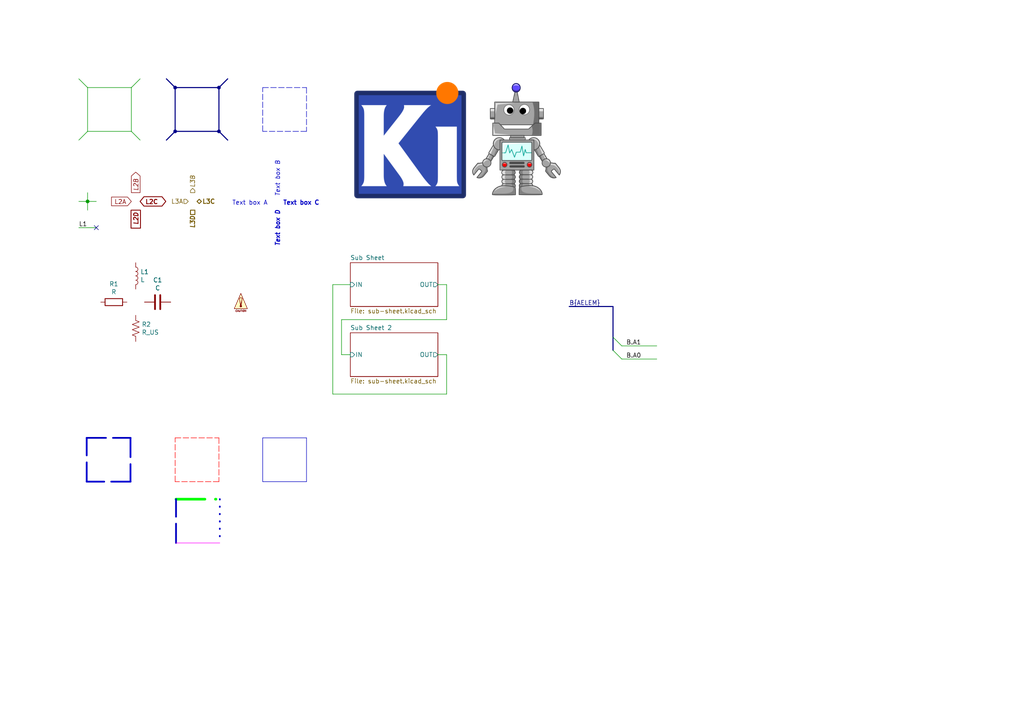
<source format=kicad_sch>
(kicad_sch (version 20211123) (generator eeschema)
  (paper "A4")
  (title_block (title "Title") (date "2020-08-12") (rev "r1B") (company "Company") (comment 1 "Comment 1") (comment 2 "Comment 2") (comment 3 "Comment 3") (comment 4 "@Comment4@") (comment 5 "") (comment 6 "") (comment 7 "") (comment 8 "") (comment 9 ""))
  (lib_symbols
    (symbol "Device:C" (pin_numbers hide) (pin_names (offset 0.254))
      (property "Reference" "C" (at 0.635 2.54 0))
      (property "Value" "C" (at 0.635 -2.54 0))
      (symbol "C_0_1"
        (polyline (pts (xy -2.032 -0.762) (xy 2.032 -0.762)) (stroke (width 0.508)))
        (polyline (pts (xy -2.032 0.762) (xy 2.032 0.762)) (stroke (width 0.508)))
      )
      (symbol "C_1_1"
        (pin passive line (at 0 3.81 270) (length 2.794) (name "~") (number "1"))
        (pin passive line (at 0 -3.81 90) (length 2.794) (name "~") (number "2"))
      )
    )
    (symbol "Device:L" (pin_numbers hide) (pin_names (offset 1.016) hide)
      (property "Reference" "L" (at -1.27 0 90))
      (property "Value" "L" (at 1.905 0 90))
      (symbol "L_0_1"
        (arc (start 0 -2.54) (mid 0.635 -1.905) (end 0 -1.27))
        (arc (start 0 -1.27) (mid 0.635 -0.635) (end 0 0))
        (arc (start 0 0) (mid 0.635 0.635) (end 0 1.27))
        (arc (start 0 1.27) (mid 0.635 1.905) (end 0 2.54))
      )
      (symbol "L_1_1"
        (pin passive line (at 0 3.81 270) (length 1.27) (name "1") (number "1"))
        (pin passive line (at 0 -3.81 90) (length 1.27) (name "2") (number "2"))
      )
    )
    (symbol "Device:R_US" (pin_numbers hide) (pin_names (offset 0))
      (property "Reference" "R" (at 2.54 0 90))
      (property "Value" "R_US" (at -2.54 0 90))
      (symbol "R_US_0_1"
        (polyline (pts (xy 0 -2.286) (xy 0 -2.54)))
        (polyline (pts (xy 0 2.286) (xy 0 2.54)))
        (polyline (pts (xy 0 -0.762) (xy 1.016 -1.143) (xy 0 -1.524) (xy -1.016 -1.905) (xy 0 -2.286)))
        (polyline (pts (xy 0 0.762) (xy 1.016 0.381) (xy 0 0) (xy -1.016 -0.381) (xy 0 -0.762)))
        (polyline (pts (xy 0 2.286) (xy 1.016 1.905) (xy 0 1.524) (xy -1.016 1.143) (xy 0 0.762)))
      )
      (symbol "R_US_1_1"
        (pin passive line (at 0 3.81 270) (length 1.27) (name "~") (number "1"))
        (pin passive line (at 0 -3.81 90) (length 1.27) (name "~") (number "2"))
      )
    )
    (symbol "l1:Resistor" (pin_numbers hide) (pin_names (offset 0))
      (property "Reference" "R" (at 2.032 0 90))
      (property "Value" "Resistor" (at 0 0 90))
      (symbol "Resistor_0_1"
        (rectangle (start -1.016 -2.54) (end 1.016 2.54) (stroke (width 0.254)))
      )
      (symbol "Resistor_1_1"
        (pin passive line (at 0 3.81 270) (length 1.27) (name "~") (number "1"))
        (pin passive line (at 0 -3.81 90) (length 1.27) (name "~") (number "2"))
      )
    )
    (symbol "l1:SYM_CAUTION" (pin_names (offset 1.016))
      (symbol "SYM_CAUTION_0_0"
        (circle (center 0 -1.1684) (radius 0.254) (fill (type outline)))
        (polyline (pts (xy -0.127 -0.762) (xy -0.381 1.016)) (fill (type outline)))
        (polyline (pts (xy -0.127 -0.762) (xy 0.127 -0.762) (xy 0.381 1.016)) (fill (type outline)))
        (polyline (pts (xy -1.27 -1.905) (xy 1.905 -1.905) (xy 0 2.54) (xy -1.905 -1.905) (xy -1.27 -1.905)) (fill (type background)))
        (arc (start 0.381 1.016) (mid 0 1.2906) (end -0.381 1.016))
        (text "CAUTION" (at 0 -2.54 0) (effects (font (size 0.508 0.508) italic)))
      )
    )
  )
  (bus_alias "AELEM" (members "A1" "A0"))
  (junction (at 63.5 25.4))
  (junction (at 63.5 38.1))
  (junction (at 25.4 58.42))
  (junction (at 50.8 38.1))
  (junction (at 50.8 25.4))
  (no_connect (at 27.94 66.04))
  (bus_entry (at 177.8 101.6) (size 2.54 2.54))
  (bus_entry (at 177.8 97.79) (size 2.54 2.54))
  (bus_entry (at 25.4 25.4) (size -2.54 -2.54))
  (bus_entry (at 38.1 38.1) (size 2.54 2.54))
  (bus_entry (at 25.4 38.1) (size -2.54 2.54))
  (bus_entry (at 38.1 25.4) (size 2.54 -2.54))
  (wire (pts (xy 99.06 92.71) (xy 99.06 102.87)))
  (polyline (pts (xy 25.146 127) (xy 37.846 127)) (stroke (width 0.508)))
  (polyline (pts (xy 88.9 25.4) (xy 88.9 38.1)))
  (polyline (pts (xy 37.846 139.7) (xy 25.146 139.7)) (stroke (width 0.508)))
  (wire (pts (xy 38.1 38.1) (xy 25.4 38.1)))
  (polyline (pts (xy 88.9 139.7) (xy 76.2 139.7)) (stroke (width 0) (type solid)))
  (wire (pts (xy 129.54 114.3) (xy 96.52 114.3)))
  (polyline (pts (xy 50.8 139.7) (xy 50.8 127)) (stroke (width 0) (color 255 0 0 1)))
  (polyline (pts (xy 37.846 127) (xy 37.846 139.7)) (stroke (width 0.508)))
  (bus (pts (xy 177.8 88.9) (xy 177.8 97.79)))
  (polyline (pts (xy 76.2 127) (xy 88.9 127)) (stroke (width 0) (type solid)))
  (wire (pts (xy 25.4 58.42) (xy 27.94 58.42)))
  (bus (pts (xy 50.8 25.4) (xy 48.26 22.86)))
  (wire (pts (xy 96.52 82.55) (xy 101.6 82.55)))
  (wire (pts (xy 129.54 82.55) (xy 129.54 92.71)))
  (wire (pts (xy 22.86 58.42) (xy 25.4 58.42)))
  (polyline (pts (xy 51.054 144.78) (xy 63.754 144.78)) (stroke (width 0.762) (type dash_dot) (color 0 255 0 1)))
  (polyline (pts (xy 76.2 25.4) (xy 88.9 25.4)))
  (bus (pts (xy 50.8 38.1) (xy 48.26 40.64)))
  (bus (pts (xy 63.5 38.1) (xy 66.04 40.64)))
  (polyline (pts (xy 50.8 127) (xy 63.5 127)) (stroke (width 0) (color 255 0 0 1)))
  (wire (pts (xy 129.54 102.87) (xy 129.54 114.3)))
  (wire (pts (xy 127 102.87) (xy 129.54 102.87)))
  (wire (pts (xy 99.06 102.87) (xy 101.6 102.87)))
  (bus (pts (xy 63.5 25.4) (xy 63.5 38.1)))
  (wire (pts (xy 25.4 25.4) (xy 38.1 25.4)))
  (polyline (pts (xy 88.9 127) (xy 88.9 139.7)) (stroke (width 0) (type solid)))
  (wire (pts (xy 180.34 104.14) (xy 190.5 104.14)))
  (polyline (pts (xy 76.2 139.7) (xy 76.2 127)) (stroke (width 0) (type solid)))
  (polyline (pts (xy 51.054 157.48) (xy 51.054 144.78)) (stroke (width 0.508)))
  (wire (pts (xy 127 82.55) (xy 129.54 82.55)))
  (polyline (pts (xy 76.2 38.1) (xy 76.2 25.4)))
  (bus (pts (xy 177.8 97.79) (xy 177.8 101.6)))
  (bus (pts (xy 63.5 25.4) (xy 66.04 22.86)))
  (wire (pts (xy 180.34 100.33) (xy 190.5 100.33)))
  (wire (pts (xy 22.86 66.04) (xy 27.94 66.04)))
  (polyline (pts (xy 63.5 139.7) (xy 50.8 139.7)) (stroke (width 0) (color 255 0 0 1)))
  (bus (pts (xy 50.8 25.4) (xy 63.5 25.4)))
  (wire (pts (xy 25.4 58.42) (xy 25.4 60.96)))
  (wire (pts (xy 38.1 25.4) (xy 38.1 38.1)))
  (wire (pts (xy 129.54 92.71) (xy 99.06 92.71)))
  (wire (pts (xy 96.52 114.3) (xy 96.52 82.55)))
  (bus (pts (xy 165.1 88.9) (xy 177.8 88.9)))
  (polyline (pts (xy 63.754 157.48) (xy 51.054 157.48)) (stroke (width 0) (type solid) (color 255 0 255 1)))
  (polyline (pts (xy 88.9 38.1) (xy 76.2 38.1)))
  (polyline (pts (xy 25.146 139.7) (xy 25.146 127)) (stroke (width 0.508)))
  (wire (pts (xy 25.4 38.1) (xy 25.4 25.4)))
  (polyline (pts (xy 63.754 144.78) (xy 63.754 157.48)) (stroke (width 0.508) (type dot)))
  (bus (pts (xy 50.8 38.1) (xy 50.8 25.4)))
  (bus (pts (xy 63.5 38.1) (xy 50.8 38.1)))
  (polyline (pts (xy 63.5 127) (xy 63.5 139.7)) (stroke (width 0) (color 255 0 0 1)))
  (wire (pts (xy 25.4 55.88) (xy 25.4 58.42)))
  (image (at 133.35 40.64))
  (text "Text box B" (at 81.28 57.15 90) (effects (font (size 1.27 1.27) italic) (justify left bottom)))
  (text "Text box A" (at 67.31 59.69 0) (effects (font (size 1.27 1.27)) (justify left bottom)))
  (text "Text box C" (at 92.71 59.69 180) (effects (font (size 1.27 1.27) (thickness 0.254) bold) (justify right bottom)))
  (text "Text box D" (at 81.28 60.96 270) (effects (font (size 1.27 1.27) (thickness 0.254) bold italic) (justify right bottom)))
  (label "B.A0" (at 181.61 104.14 0))
  (label "B.A1" (at 181.61 100.33 0))
  (label "L1" (at 22.86 66.04 0))
  (label "B{AELEM}" (at 165.1 88.9 0))
  (global_label "L2B" (shape output) (at 39.37 55.88 90) (effects (font italic)) (property "Intersheet References" "${INTERSHEET_REFS}" (effects hide)))
  (global_label "L2A" (shape input) (at 38.1 58.42 180) (property "Intersheet References" "${INTERSHEET_REFS}" (effects hide)))
  (global_label "L2C" (shape bidirectional) (at 40.64 58.42 0) (effects (font (thickness 0.254) bold)) (property "Intersheet References" "${INTERSHEET_REFS}" (effects hide)))
  (global_label "L2D" (shape passive) (at 39.37 60.96 270) (effects (font (thickness 0.254) bold italic)) (property "Intersheet References" "${INTERSHEET_REFS}" (effects hide)))
  (hierarchical_label "L3B" (shape output) (at 55.88 55.88 90) (effects (font italic)))
  (hierarchical_label "L3C" (shape bidirectional) (at 57.15 58.42 0) (effects (font (thickness 0.254) bold)))
  (hierarchical_label "L3A" (shape input) (at 54.61 58.42 180))
  (hierarchical_label "L3D" (shape passive) (at 55.88 60.96 270) (effects (font (thickness 0.254) bold italic)))
  (symbol (lib_id "l1:Resistor") (at 33.02 87.63 270) (unit 1)
    (property "Reference" "R1" (at 33.02 82.3722 90))
    (property "Value" "R" (at 33.02 84.6836 90))
    (property "Test" "Hi! \"quoted text\"" (effects hide))
  )
  (symbol (lib_id "Device:L") (at 39.37 80.01 0) (unit 1)
    (property "Reference" "L1" (at 40.7162 78.8416 0) (effects (justify left)))
    (property "Value" "L" (at 40.7162 81.153 0) (effects (justify left)))
  )
  (symbol (lib_id "Device:C") (at 45.72 87.63 90) (unit 1)
    (property "Reference" "C1" (at 45.72 81.2292 90))
    (property "Value" "C" (at 45.72 83.5406 90))
  )
  (symbol (lib_id "Device:R_US") (at 39.37 95.25 180) (unit 1)
    (property "Reference" "R2" (at 41.0972 94.0816 0) (effects (justify right)))
    (property "Value" "R_US" (at 41.0972 96.393 0) (effects (justify right)))
  )
  (symbol (lib_id "l1:SYM_CAUTION") (at 69.85 87.63 0) (unit 1)
    (property "Reference" "#SYM_CAUTION1" (effects hide))
    (property "Value" "SYM_CAUTION" (effects hide))
  )
  (sheet (at 101.6 76.2) (size 25.4 12.7) (fill (color 0 0 0 0.0))
    (property "Sheet name" "Sub Sheet" (at 101.6 75.4884 0) (effects (justify left bottom)))
    (property "Sheet file" "sub-sheet.kicad_sch" (at 101.6 89.4846 0) (effects (justify left top)))
    (pin "OUT" output (at 127 82.55 0))
    (pin "IN" input (at 101.6 82.55 180))
  )
  (sheet (at 101.6 96.52) (size 25.4 12.7) (fill (color 0 0 0 0.0))
    (property "Sheet name" "Sub Sheet 2" (at 101.6 95.8084 0) (effects (justify left bottom)))
    (property "Sheet file" "sub-sheet.kicad_sch" (at 101.6 109.8046 0) (effects (justify left top)))
    (pin "OUT" output (at 127 102.87 0))
    (pin "IN" input (at 101.6 102.87 180))
  )
)
</source>
